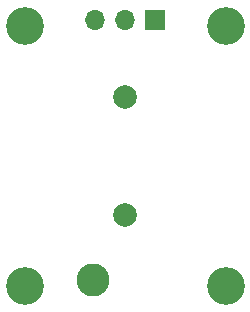
<source format=gts>
G04 #@! TF.GenerationSoftware,KiCad,Pcbnew,(6.0.2)*
G04 #@! TF.CreationDate,2022-05-11T22:03:01-05:00*
G04 #@! TF.ProjectId,Transmit US,5472616e-736d-4697-9420-55532e6b6963,rev?*
G04 #@! TF.SameCoordinates,Original*
G04 #@! TF.FileFunction,Soldermask,Top*
G04 #@! TF.FilePolarity,Negative*
%FSLAX46Y46*%
G04 Gerber Fmt 4.6, Leading zero omitted, Abs format (unit mm)*
G04 Created by KiCad (PCBNEW (6.0.2)) date 2022-05-11 22:03:01*
%MOMM*%
%LPD*%
G01*
G04 APERTURE LIST*
%ADD10C,2.000000*%
%ADD11C,2.800000*%
%ADD12C,3.200000*%
%ADD13R,1.700000X1.700000*%
%ADD14O,1.700000X1.700000*%
G04 APERTURE END LIST*
D10*
G04 #@! TO.C,LS1*
X112000000Y-77000000D03*
X112000000Y-87000000D03*
G04 #@! TD*
D11*
G04 #@! TO.C,TP1*
X109275000Y-92525000D03*
G04 #@! TD*
D12*
G04 #@! TO.C,H2*
X120500000Y-93000000D03*
G04 #@! TD*
G04 #@! TO.C,H5*
X103500000Y-71000000D03*
G04 #@! TD*
G04 #@! TO.C,H3*
X120500000Y-71000000D03*
G04 #@! TD*
G04 #@! TO.C,H4*
X103500000Y-93000000D03*
G04 #@! TD*
D13*
G04 #@! TO.C,J1*
X114500000Y-70500000D03*
D14*
X111960000Y-70500000D03*
X109420000Y-70500000D03*
G04 #@! TD*
M02*

</source>
